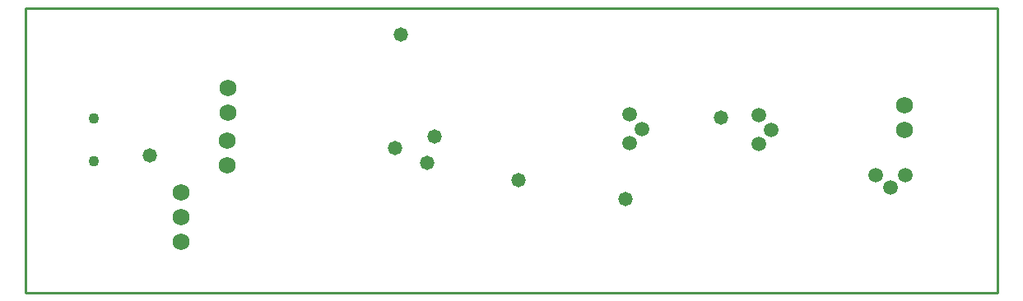
<source format=gbs>
G04 Layer_Color=16711935*
%FSLAX43Y43*%
%MOMM*%
G71*
G01*
G75*
%ADD22C,0.254*%
%ADD47C,1.103*%
%ADD48C,1.727*%
%ADD49C,1.503*%
%ADD50C,1.473*%
D22*
X508Y0D02*
X100000D01*
Y29238D01*
X0D02*
X100000D01*
X0Y0D02*
Y29238D01*
Y0D02*
X508D01*
D47*
X6985Y13532D02*
D03*
Y17932D02*
D03*
D48*
X20701Y13081D02*
D03*
Y15621D02*
D03*
X20828Y18542D02*
D03*
Y21082D02*
D03*
X90424Y16764D02*
D03*
Y19304D02*
D03*
X16002Y5207D02*
D03*
Y7747D02*
D03*
Y10287D02*
D03*
D49*
X90461Y12090D02*
D03*
X88976Y10820D02*
D03*
X87491Y12090D02*
D03*
X62103Y18337D02*
D03*
X63373Y16852D02*
D03*
X62103Y15367D02*
D03*
X75438Y18249D02*
D03*
X76708Y16764D02*
D03*
X75438Y15279D02*
D03*
D50*
X12776Y14122D02*
D03*
X61722Y9652D02*
D03*
X37973Y14859D02*
D03*
X41275Y13335D02*
D03*
X38608Y26543D02*
D03*
X71501Y18034D02*
D03*
X50704Y11557D02*
D03*
X42037Y16053D02*
D03*
M02*

</source>
